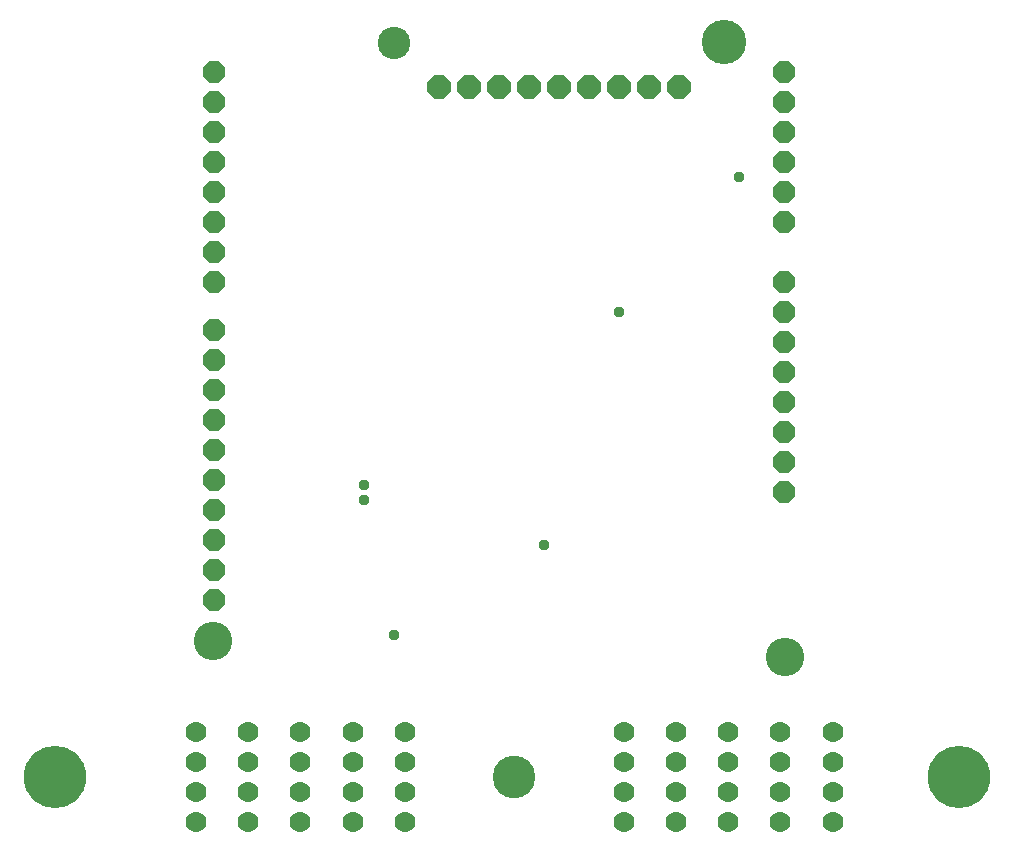
<source format=gbr>
G04 EAGLE Gerber X2 export*
%TF.Part,Single*%
%TF.FileFunction,Soldermask,Bot,1*%
%TF.FilePolarity,Negative*%
%TF.GenerationSoftware,Autodesk,EAGLE,8.6.1*%
%TF.CreationDate,2018-05-08T23:05:54Z*%
G75*
%MOMM*%
%FSLAX34Y34*%
%LPD*%
%AMOC8*
5,1,8,0,0,1.08239X$1,22.5*%
G01*
%ADD10C,3.251200*%
%ADD11C,3.759200*%
%ADD12C,2.743200*%
%ADD13P,2.144431X8X112.500000*%
%ADD14C,3.606800*%
%ADD15C,5.283200*%
%ADD16C,1.765300*%
%ADD17P,2.034460X8X112.500000*%
%ADD18C,0.959600*%


D10*
X62738Y-583438D03*
X546608Y-596900D03*
D11*
X495300Y-76200D03*
D12*
X215900Y-76454D03*
D13*
X254000Y-114300D03*
X279400Y-114300D03*
X304800Y-114300D03*
X330200Y-114300D03*
X355600Y-114300D03*
X381000Y-114300D03*
X406400Y-114300D03*
X431800Y-114300D03*
X457200Y-114300D03*
D14*
X317500Y-698500D03*
D15*
X694182Y-698500D03*
X-71120Y-698500D03*
D16*
X224790Y-685800D03*
X224790Y-660400D03*
X224790Y-711200D03*
X224790Y-736600D03*
X180594Y-660400D03*
X136398Y-660400D03*
X92202Y-660400D03*
X48006Y-660400D03*
X180594Y-685800D03*
X136398Y-685800D03*
X92202Y-685800D03*
X48006Y-685800D03*
X180594Y-711200D03*
X136398Y-711200D03*
X92202Y-711200D03*
X48006Y-711200D03*
X180594Y-736600D03*
X136398Y-736600D03*
X92202Y-736600D03*
X48006Y-736600D03*
X410210Y-685800D03*
X410210Y-660400D03*
X410210Y-711200D03*
X410210Y-736600D03*
X454406Y-660400D03*
X498602Y-660400D03*
X542798Y-660400D03*
X586994Y-660400D03*
X454406Y-685800D03*
X498602Y-685800D03*
X542798Y-685800D03*
X586994Y-685800D03*
X454406Y-711200D03*
X498602Y-711200D03*
X542798Y-711200D03*
X586994Y-711200D03*
X454406Y-736600D03*
X498602Y-736600D03*
X542798Y-736600D03*
X586994Y-736600D03*
D17*
X63500Y-203200D03*
X546100Y-228600D03*
X63500Y-177800D03*
X63500Y-152400D03*
X63500Y-127000D03*
X63500Y-101600D03*
X63500Y-228600D03*
X63500Y-254000D03*
X63500Y-279400D03*
X63500Y-320040D03*
X63500Y-345440D03*
X63500Y-370840D03*
X63500Y-396240D03*
X63500Y-421640D03*
X63500Y-447040D03*
X63500Y-472440D03*
X63500Y-497840D03*
X546100Y-203200D03*
X546100Y-177800D03*
X546100Y-152400D03*
X546100Y-127000D03*
X546100Y-101600D03*
X546100Y-279400D03*
X546100Y-304800D03*
X546100Y-330200D03*
X546100Y-355600D03*
X546100Y-381000D03*
X546100Y-406400D03*
X63500Y-523240D03*
X63500Y-548640D03*
X546100Y-431800D03*
X546100Y-457200D03*
D18*
X406400Y-304800D03*
X190500Y-450850D03*
X190500Y-463550D03*
X215900Y-577850D03*
X342900Y-501650D03*
X508000Y-190500D03*
M02*

</source>
